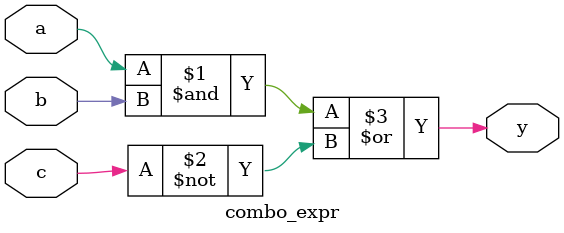
<source format=v>
module combo_expr(input a, input b, input c, output y);
    assign y = (a & b) | (~c);
endmodule

</source>
